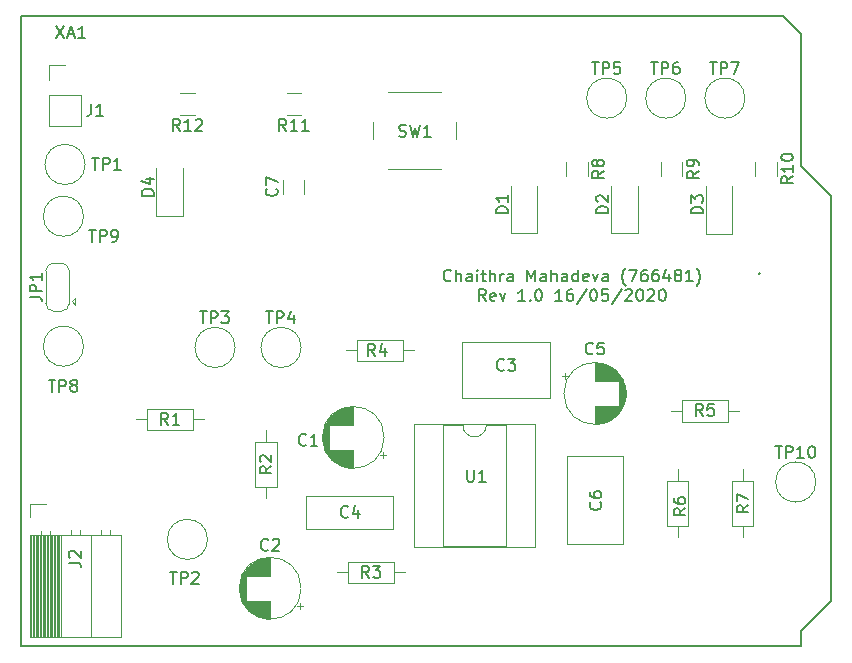
<source format=gbr>
%TF.GenerationSoftware,KiCad,Pcbnew,(5.1.5)-3*%
%TF.CreationDate,2020-05-16T12:13:26+02:00*%
%TF.ProjectId,30_PCB,33305f50-4342-42e6-9b69-6361645f7063,V1.1*%
%TF.SameCoordinates,Original*%
%TF.FileFunction,Legend,Top*%
%TF.FilePolarity,Positive*%
%FSLAX46Y46*%
G04 Gerber Fmt 4.6, Leading zero omitted, Abs format (unit mm)*
G04 Created by KiCad (PCBNEW (5.1.5)-3) date 2020-05-16 12:13:26*
%MOMM*%
%LPD*%
G04 APERTURE LIST*
%ADD10C,0.150000*%
%ADD11C,0.120000*%
G04 APERTURE END LIST*
D10*
X104800095Y-80431142D02*
X104752476Y-80478761D01*
X104609619Y-80526380D01*
X104514380Y-80526380D01*
X104371523Y-80478761D01*
X104276285Y-80383523D01*
X104228666Y-80288285D01*
X104181047Y-80097809D01*
X104181047Y-79954952D01*
X104228666Y-79764476D01*
X104276285Y-79669238D01*
X104371523Y-79574000D01*
X104514380Y-79526380D01*
X104609619Y-79526380D01*
X104752476Y-79574000D01*
X104800095Y-79621619D01*
X105228666Y-80526380D02*
X105228666Y-79526380D01*
X105657238Y-80526380D02*
X105657238Y-80002571D01*
X105609619Y-79907333D01*
X105514380Y-79859714D01*
X105371523Y-79859714D01*
X105276285Y-79907333D01*
X105228666Y-79954952D01*
X106562000Y-80526380D02*
X106562000Y-80002571D01*
X106514380Y-79907333D01*
X106419142Y-79859714D01*
X106228666Y-79859714D01*
X106133428Y-79907333D01*
X106562000Y-80478761D02*
X106466761Y-80526380D01*
X106228666Y-80526380D01*
X106133428Y-80478761D01*
X106085809Y-80383523D01*
X106085809Y-80288285D01*
X106133428Y-80193047D01*
X106228666Y-80145428D01*
X106466761Y-80145428D01*
X106562000Y-80097809D01*
X107038190Y-80526380D02*
X107038190Y-79859714D01*
X107038190Y-79526380D02*
X106990571Y-79574000D01*
X107038190Y-79621619D01*
X107085809Y-79574000D01*
X107038190Y-79526380D01*
X107038190Y-79621619D01*
X107371523Y-79859714D02*
X107752476Y-79859714D01*
X107514380Y-79526380D02*
X107514380Y-80383523D01*
X107562000Y-80478761D01*
X107657238Y-80526380D01*
X107752476Y-80526380D01*
X108085809Y-80526380D02*
X108085809Y-79526380D01*
X108514380Y-80526380D02*
X108514380Y-80002571D01*
X108466761Y-79907333D01*
X108371523Y-79859714D01*
X108228666Y-79859714D01*
X108133428Y-79907333D01*
X108085809Y-79954952D01*
X108990571Y-80526380D02*
X108990571Y-79859714D01*
X108990571Y-80050190D02*
X109038190Y-79954952D01*
X109085809Y-79907333D01*
X109181047Y-79859714D01*
X109276285Y-79859714D01*
X110038190Y-80526380D02*
X110038190Y-80002571D01*
X109990571Y-79907333D01*
X109895333Y-79859714D01*
X109704857Y-79859714D01*
X109609619Y-79907333D01*
X110038190Y-80478761D02*
X109942952Y-80526380D01*
X109704857Y-80526380D01*
X109609619Y-80478761D01*
X109562000Y-80383523D01*
X109562000Y-80288285D01*
X109609619Y-80193047D01*
X109704857Y-80145428D01*
X109942952Y-80145428D01*
X110038190Y-80097809D01*
X111276285Y-80526380D02*
X111276285Y-79526380D01*
X111609619Y-80240666D01*
X111942952Y-79526380D01*
X111942952Y-80526380D01*
X112847714Y-80526380D02*
X112847714Y-80002571D01*
X112800095Y-79907333D01*
X112704857Y-79859714D01*
X112514380Y-79859714D01*
X112419142Y-79907333D01*
X112847714Y-80478761D02*
X112752476Y-80526380D01*
X112514380Y-80526380D01*
X112419142Y-80478761D01*
X112371523Y-80383523D01*
X112371523Y-80288285D01*
X112419142Y-80193047D01*
X112514380Y-80145428D01*
X112752476Y-80145428D01*
X112847714Y-80097809D01*
X113323904Y-80526380D02*
X113323904Y-79526380D01*
X113752476Y-80526380D02*
X113752476Y-80002571D01*
X113704857Y-79907333D01*
X113609619Y-79859714D01*
X113466761Y-79859714D01*
X113371523Y-79907333D01*
X113323904Y-79954952D01*
X114657238Y-80526380D02*
X114657238Y-80002571D01*
X114609619Y-79907333D01*
X114514380Y-79859714D01*
X114323904Y-79859714D01*
X114228666Y-79907333D01*
X114657238Y-80478761D02*
X114562000Y-80526380D01*
X114323904Y-80526380D01*
X114228666Y-80478761D01*
X114181047Y-80383523D01*
X114181047Y-80288285D01*
X114228666Y-80193047D01*
X114323904Y-80145428D01*
X114562000Y-80145428D01*
X114657238Y-80097809D01*
X115562000Y-80526380D02*
X115562000Y-79526380D01*
X115562000Y-80478761D02*
X115466761Y-80526380D01*
X115276285Y-80526380D01*
X115181047Y-80478761D01*
X115133428Y-80431142D01*
X115085809Y-80335904D01*
X115085809Y-80050190D01*
X115133428Y-79954952D01*
X115181047Y-79907333D01*
X115276285Y-79859714D01*
X115466761Y-79859714D01*
X115562000Y-79907333D01*
X116419142Y-80478761D02*
X116323904Y-80526380D01*
X116133428Y-80526380D01*
X116038190Y-80478761D01*
X115990571Y-80383523D01*
X115990571Y-80002571D01*
X116038190Y-79907333D01*
X116133428Y-79859714D01*
X116323904Y-79859714D01*
X116419142Y-79907333D01*
X116466761Y-80002571D01*
X116466761Y-80097809D01*
X115990571Y-80193047D01*
X116800095Y-79859714D02*
X117038190Y-80526380D01*
X117276285Y-79859714D01*
X118085809Y-80526380D02*
X118085809Y-80002571D01*
X118038190Y-79907333D01*
X117942952Y-79859714D01*
X117752476Y-79859714D01*
X117657238Y-79907333D01*
X118085809Y-80478761D02*
X117990571Y-80526380D01*
X117752476Y-80526380D01*
X117657238Y-80478761D01*
X117609619Y-80383523D01*
X117609619Y-80288285D01*
X117657238Y-80193047D01*
X117752476Y-80145428D01*
X117990571Y-80145428D01*
X118085809Y-80097809D01*
X119609619Y-80907333D02*
X119562000Y-80859714D01*
X119466761Y-80716857D01*
X119419142Y-80621619D01*
X119371523Y-80478761D01*
X119323904Y-80240666D01*
X119323904Y-80050190D01*
X119371523Y-79812095D01*
X119419142Y-79669238D01*
X119466761Y-79574000D01*
X119562000Y-79431142D01*
X119609619Y-79383523D01*
X119895333Y-79526380D02*
X120562000Y-79526380D01*
X120133428Y-80526380D01*
X121371523Y-79526380D02*
X121181047Y-79526380D01*
X121085809Y-79574000D01*
X121038190Y-79621619D01*
X120942952Y-79764476D01*
X120895333Y-79954952D01*
X120895333Y-80335904D01*
X120942952Y-80431142D01*
X120990571Y-80478761D01*
X121085809Y-80526380D01*
X121276285Y-80526380D01*
X121371523Y-80478761D01*
X121419142Y-80431142D01*
X121466761Y-80335904D01*
X121466761Y-80097809D01*
X121419142Y-80002571D01*
X121371523Y-79954952D01*
X121276285Y-79907333D01*
X121085809Y-79907333D01*
X120990571Y-79954952D01*
X120942952Y-80002571D01*
X120895333Y-80097809D01*
X122323904Y-79526380D02*
X122133428Y-79526380D01*
X122038190Y-79574000D01*
X121990571Y-79621619D01*
X121895333Y-79764476D01*
X121847714Y-79954952D01*
X121847714Y-80335904D01*
X121895333Y-80431142D01*
X121942952Y-80478761D01*
X122038190Y-80526380D01*
X122228666Y-80526380D01*
X122323904Y-80478761D01*
X122371523Y-80431142D01*
X122419142Y-80335904D01*
X122419142Y-80097809D01*
X122371523Y-80002571D01*
X122323904Y-79954952D01*
X122228666Y-79907333D01*
X122038190Y-79907333D01*
X121942952Y-79954952D01*
X121895333Y-80002571D01*
X121847714Y-80097809D01*
X123276285Y-79859714D02*
X123276285Y-80526380D01*
X123038190Y-79478761D02*
X122800095Y-80193047D01*
X123419142Y-80193047D01*
X123942952Y-79954952D02*
X123847714Y-79907333D01*
X123800095Y-79859714D01*
X123752476Y-79764476D01*
X123752476Y-79716857D01*
X123800095Y-79621619D01*
X123847714Y-79574000D01*
X123942952Y-79526380D01*
X124133428Y-79526380D01*
X124228666Y-79574000D01*
X124276285Y-79621619D01*
X124323904Y-79716857D01*
X124323904Y-79764476D01*
X124276285Y-79859714D01*
X124228666Y-79907333D01*
X124133428Y-79954952D01*
X123942952Y-79954952D01*
X123847714Y-80002571D01*
X123800095Y-80050190D01*
X123752476Y-80145428D01*
X123752476Y-80335904D01*
X123800095Y-80431142D01*
X123847714Y-80478761D01*
X123942952Y-80526380D01*
X124133428Y-80526380D01*
X124228666Y-80478761D01*
X124276285Y-80431142D01*
X124323904Y-80335904D01*
X124323904Y-80145428D01*
X124276285Y-80050190D01*
X124228666Y-80002571D01*
X124133428Y-79954952D01*
X125276285Y-80526380D02*
X124704857Y-80526380D01*
X124990571Y-80526380D02*
X124990571Y-79526380D01*
X124895333Y-79669238D01*
X124800095Y-79764476D01*
X124704857Y-79812095D01*
X125609619Y-80907333D02*
X125657238Y-80859714D01*
X125752476Y-80716857D01*
X125800095Y-80621619D01*
X125847714Y-80478761D01*
X125895333Y-80240666D01*
X125895333Y-80050190D01*
X125847714Y-79812095D01*
X125800095Y-79669238D01*
X125752476Y-79574000D01*
X125657238Y-79431142D01*
X125609619Y-79383523D01*
X107752476Y-82176380D02*
X107419142Y-81700190D01*
X107181047Y-82176380D02*
X107181047Y-81176380D01*
X107562000Y-81176380D01*
X107657238Y-81224000D01*
X107704857Y-81271619D01*
X107752476Y-81366857D01*
X107752476Y-81509714D01*
X107704857Y-81604952D01*
X107657238Y-81652571D01*
X107562000Y-81700190D01*
X107181047Y-81700190D01*
X108562000Y-82128761D02*
X108466761Y-82176380D01*
X108276285Y-82176380D01*
X108181047Y-82128761D01*
X108133428Y-82033523D01*
X108133428Y-81652571D01*
X108181047Y-81557333D01*
X108276285Y-81509714D01*
X108466761Y-81509714D01*
X108562000Y-81557333D01*
X108609619Y-81652571D01*
X108609619Y-81747809D01*
X108133428Y-81843047D01*
X108942952Y-81509714D02*
X109181047Y-82176380D01*
X109419142Y-81509714D01*
X111085809Y-82176380D02*
X110514380Y-82176380D01*
X110800095Y-82176380D02*
X110800095Y-81176380D01*
X110704857Y-81319238D01*
X110609619Y-81414476D01*
X110514380Y-81462095D01*
X111514380Y-82081142D02*
X111562000Y-82128761D01*
X111514380Y-82176380D01*
X111466761Y-82128761D01*
X111514380Y-82081142D01*
X111514380Y-82176380D01*
X112181047Y-81176380D02*
X112276285Y-81176380D01*
X112371523Y-81224000D01*
X112419142Y-81271619D01*
X112466761Y-81366857D01*
X112514380Y-81557333D01*
X112514380Y-81795428D01*
X112466761Y-81985904D01*
X112419142Y-82081142D01*
X112371523Y-82128761D01*
X112276285Y-82176380D01*
X112181047Y-82176380D01*
X112085809Y-82128761D01*
X112038190Y-82081142D01*
X111990571Y-81985904D01*
X111942952Y-81795428D01*
X111942952Y-81557333D01*
X111990571Y-81366857D01*
X112038190Y-81271619D01*
X112085809Y-81224000D01*
X112181047Y-81176380D01*
X114228666Y-82176380D02*
X113657238Y-82176380D01*
X113942952Y-82176380D02*
X113942952Y-81176380D01*
X113847714Y-81319238D01*
X113752476Y-81414476D01*
X113657238Y-81462095D01*
X115085809Y-81176380D02*
X114895333Y-81176380D01*
X114800095Y-81224000D01*
X114752476Y-81271619D01*
X114657238Y-81414476D01*
X114609619Y-81604952D01*
X114609619Y-81985904D01*
X114657238Y-82081142D01*
X114704857Y-82128761D01*
X114800095Y-82176380D01*
X114990571Y-82176380D01*
X115085809Y-82128761D01*
X115133428Y-82081142D01*
X115181047Y-81985904D01*
X115181047Y-81747809D01*
X115133428Y-81652571D01*
X115085809Y-81604952D01*
X114990571Y-81557333D01*
X114800095Y-81557333D01*
X114704857Y-81604952D01*
X114657238Y-81652571D01*
X114609619Y-81747809D01*
X116323904Y-81128761D02*
X115466761Y-82414476D01*
X116847714Y-81176380D02*
X116942952Y-81176380D01*
X117038190Y-81224000D01*
X117085809Y-81271619D01*
X117133428Y-81366857D01*
X117181047Y-81557333D01*
X117181047Y-81795428D01*
X117133428Y-81985904D01*
X117085809Y-82081142D01*
X117038190Y-82128761D01*
X116942952Y-82176380D01*
X116847714Y-82176380D01*
X116752476Y-82128761D01*
X116704857Y-82081142D01*
X116657238Y-81985904D01*
X116609619Y-81795428D01*
X116609619Y-81557333D01*
X116657238Y-81366857D01*
X116704857Y-81271619D01*
X116752476Y-81224000D01*
X116847714Y-81176380D01*
X118085809Y-81176380D02*
X117609619Y-81176380D01*
X117562000Y-81652571D01*
X117609619Y-81604952D01*
X117704857Y-81557333D01*
X117942952Y-81557333D01*
X118038190Y-81604952D01*
X118085809Y-81652571D01*
X118133428Y-81747809D01*
X118133428Y-81985904D01*
X118085809Y-82081142D01*
X118038190Y-82128761D01*
X117942952Y-82176380D01*
X117704857Y-82176380D01*
X117609619Y-82128761D01*
X117562000Y-82081142D01*
X119276285Y-81128761D02*
X118419142Y-82414476D01*
X119562000Y-81271619D02*
X119609619Y-81224000D01*
X119704857Y-81176380D01*
X119942952Y-81176380D01*
X120038190Y-81224000D01*
X120085809Y-81271619D01*
X120133428Y-81366857D01*
X120133428Y-81462095D01*
X120085809Y-81604952D01*
X119514380Y-82176380D01*
X120133428Y-82176380D01*
X120752476Y-81176380D02*
X120847714Y-81176380D01*
X120942952Y-81224000D01*
X120990571Y-81271619D01*
X121038190Y-81366857D01*
X121085809Y-81557333D01*
X121085809Y-81795428D01*
X121038190Y-81985904D01*
X120990571Y-82081142D01*
X120942952Y-82128761D01*
X120847714Y-82176380D01*
X120752476Y-82176380D01*
X120657238Y-82128761D01*
X120609619Y-82081142D01*
X120562000Y-81985904D01*
X120514380Y-81795428D01*
X120514380Y-81557333D01*
X120562000Y-81366857D01*
X120609619Y-81271619D01*
X120657238Y-81224000D01*
X120752476Y-81176380D01*
X121466761Y-81271619D02*
X121514380Y-81224000D01*
X121609619Y-81176380D01*
X121847714Y-81176380D01*
X121942952Y-81224000D01*
X121990571Y-81271619D01*
X122038190Y-81366857D01*
X122038190Y-81462095D01*
X121990571Y-81604952D01*
X121419142Y-82176380D01*
X122038190Y-82176380D01*
X122657238Y-81176380D02*
X122752476Y-81176380D01*
X122847714Y-81224000D01*
X122895333Y-81271619D01*
X122942952Y-81366857D01*
X122990571Y-81557333D01*
X122990571Y-81795428D01*
X122942952Y-81985904D01*
X122895333Y-82081142D01*
X122847714Y-82128761D01*
X122752476Y-82176380D01*
X122657238Y-82176380D01*
X122562000Y-82128761D01*
X122514380Y-82081142D01*
X122466761Y-81985904D01*
X122419142Y-81795428D01*
X122419142Y-81557333D01*
X122466761Y-81366857D01*
X122514380Y-81271619D01*
X122562000Y-81224000D01*
X122657238Y-81176380D01*
X68425001Y-58075001D02*
X132941001Y-58075001D01*
X68425001Y-111415001D02*
X134465001Y-111415001D01*
X132941001Y-58075001D02*
X134465001Y-59599001D01*
X134465001Y-111415001D02*
X134465001Y-110145001D01*
X134465001Y-110145001D02*
X137005001Y-107605001D01*
X137005001Y-107605001D02*
X137005001Y-73315001D01*
X137005001Y-73315001D02*
X134465001Y-70775001D01*
X134465001Y-70775001D02*
X134465001Y-59599001D01*
X68425001Y-58075001D02*
X68425001Y-111415001D01*
D11*
X69290000Y-110590000D02*
X69290000Y-101960000D01*
X69408095Y-110590000D02*
X69408095Y-101960000D01*
X69526190Y-110590000D02*
X69526190Y-101960000D01*
X69644285Y-110590000D02*
X69644285Y-101960000D01*
X69762380Y-110590000D02*
X69762380Y-101960000D01*
X69880475Y-110590000D02*
X69880475Y-101960000D01*
X69998570Y-110590000D02*
X69998570Y-101960000D01*
X70116665Y-110590000D02*
X70116665Y-101960000D01*
X70234760Y-110590000D02*
X70234760Y-101960000D01*
X70352855Y-110590000D02*
X70352855Y-101960000D01*
X70470950Y-110590000D02*
X70470950Y-101960000D01*
X70589045Y-110590000D02*
X70589045Y-101960000D01*
X70707140Y-110590000D02*
X70707140Y-101960000D01*
X70825235Y-110590000D02*
X70825235Y-101960000D01*
X70943330Y-110590000D02*
X70943330Y-101960000D01*
X71061425Y-110590000D02*
X71061425Y-101960000D01*
X71179520Y-110590000D02*
X71179520Y-101960000D01*
X71297615Y-110590000D02*
X71297615Y-101960000D01*
X71415710Y-110590000D02*
X71415710Y-101960000D01*
X71533805Y-110590000D02*
X71533805Y-101960000D01*
X71651900Y-110590000D02*
X71651900Y-101960000D01*
X70140000Y-101960000D02*
X70140000Y-101610000D01*
X70860000Y-101960000D02*
X70860000Y-101610000D01*
X72680000Y-101960000D02*
X72680000Y-101550000D01*
X73400000Y-101960000D02*
X73400000Y-101550000D01*
X75220000Y-101960000D02*
X75220000Y-101550000D01*
X75940000Y-101960000D02*
X75940000Y-101550000D01*
X71770000Y-110590000D02*
X71770000Y-101960000D01*
X74310000Y-110590000D02*
X74310000Y-101960000D01*
X69170000Y-110590000D02*
X69170000Y-101960000D01*
X69170000Y-101960000D02*
X76910000Y-101960000D01*
X76910000Y-110590000D02*
X76910000Y-101960000D01*
X69170000Y-110590000D02*
X76910000Y-110590000D01*
X69170000Y-99390000D02*
X70500000Y-99390000D01*
X69170000Y-100500000D02*
X69170000Y-99390000D01*
X73700000Y-75000000D02*
G75*
G03X73700000Y-75000000I-1700000J0D01*
G01*
X73836000Y-70612000D02*
G75*
G03X73836000Y-70612000I-1700000J0D01*
G01*
X119700000Y-65000000D02*
G75*
G03X119700000Y-65000000I-1700000J0D01*
G01*
X124700000Y-65000000D02*
G75*
G03X124700000Y-65000000I-1700000J0D01*
G01*
X129700000Y-65000000D02*
G75*
G03X129700000Y-65000000I-1700000J0D01*
G01*
X99156000Y-93726000D02*
G75*
G03X99156000Y-93726000I-2620000J0D01*
G01*
X96536000Y-92686000D02*
X96536000Y-91146000D01*
X96536000Y-96306000D02*
X96536000Y-94766000D01*
X96496000Y-92686000D02*
X96496000Y-91146000D01*
X96496000Y-96306000D02*
X96496000Y-94766000D01*
X96456000Y-96305000D02*
X96456000Y-94766000D01*
X96456000Y-92686000D02*
X96456000Y-91147000D01*
X96416000Y-96304000D02*
X96416000Y-94766000D01*
X96416000Y-92686000D02*
X96416000Y-91148000D01*
X96376000Y-96302000D02*
X96376000Y-94766000D01*
X96376000Y-92686000D02*
X96376000Y-91150000D01*
X96336000Y-96299000D02*
X96336000Y-94766000D01*
X96336000Y-92686000D02*
X96336000Y-91153000D01*
X96296000Y-96295000D02*
X96296000Y-94766000D01*
X96296000Y-92686000D02*
X96296000Y-91157000D01*
X96256000Y-96291000D02*
X96256000Y-94766000D01*
X96256000Y-92686000D02*
X96256000Y-91161000D01*
X96216000Y-96287000D02*
X96216000Y-94766000D01*
X96216000Y-92686000D02*
X96216000Y-91165000D01*
X96176000Y-96282000D02*
X96176000Y-94766000D01*
X96176000Y-92686000D02*
X96176000Y-91170000D01*
X96136000Y-96276000D02*
X96136000Y-94766000D01*
X96136000Y-92686000D02*
X96136000Y-91176000D01*
X96096000Y-96269000D02*
X96096000Y-94766000D01*
X96096000Y-92686000D02*
X96096000Y-91183000D01*
X96056000Y-96262000D02*
X96056000Y-94766000D01*
X96056000Y-92686000D02*
X96056000Y-91190000D01*
X96016000Y-96254000D02*
X96016000Y-94766000D01*
X96016000Y-92686000D02*
X96016000Y-91198000D01*
X95976000Y-96246000D02*
X95976000Y-94766000D01*
X95976000Y-92686000D02*
X95976000Y-91206000D01*
X95936000Y-96237000D02*
X95936000Y-94766000D01*
X95936000Y-92686000D02*
X95936000Y-91215000D01*
X95896000Y-96227000D02*
X95896000Y-94766000D01*
X95896000Y-92686000D02*
X95896000Y-91225000D01*
X95856000Y-96217000D02*
X95856000Y-94766000D01*
X95856000Y-92686000D02*
X95856000Y-91235000D01*
X95815000Y-96206000D02*
X95815000Y-94766000D01*
X95815000Y-92686000D02*
X95815000Y-91246000D01*
X95775000Y-96194000D02*
X95775000Y-94766000D01*
X95775000Y-92686000D02*
X95775000Y-91258000D01*
X95735000Y-96181000D02*
X95735000Y-94766000D01*
X95735000Y-92686000D02*
X95735000Y-91271000D01*
X95695000Y-96168000D02*
X95695000Y-94766000D01*
X95695000Y-92686000D02*
X95695000Y-91284000D01*
X95655000Y-96154000D02*
X95655000Y-94766000D01*
X95655000Y-92686000D02*
X95655000Y-91298000D01*
X95615000Y-96140000D02*
X95615000Y-94766000D01*
X95615000Y-92686000D02*
X95615000Y-91312000D01*
X95575000Y-96124000D02*
X95575000Y-94766000D01*
X95575000Y-92686000D02*
X95575000Y-91328000D01*
X95535000Y-96108000D02*
X95535000Y-94766000D01*
X95535000Y-92686000D02*
X95535000Y-91344000D01*
X95495000Y-96091000D02*
X95495000Y-94766000D01*
X95495000Y-92686000D02*
X95495000Y-91361000D01*
X95455000Y-96074000D02*
X95455000Y-94766000D01*
X95455000Y-92686000D02*
X95455000Y-91378000D01*
X95415000Y-96055000D02*
X95415000Y-94766000D01*
X95415000Y-92686000D02*
X95415000Y-91397000D01*
X95375000Y-96036000D02*
X95375000Y-94766000D01*
X95375000Y-92686000D02*
X95375000Y-91416000D01*
X95335000Y-96016000D02*
X95335000Y-94766000D01*
X95335000Y-92686000D02*
X95335000Y-91436000D01*
X95295000Y-95994000D02*
X95295000Y-94766000D01*
X95295000Y-92686000D02*
X95295000Y-91458000D01*
X95255000Y-95973000D02*
X95255000Y-94766000D01*
X95255000Y-92686000D02*
X95255000Y-91479000D01*
X95215000Y-95950000D02*
X95215000Y-94766000D01*
X95215000Y-92686000D02*
X95215000Y-91502000D01*
X95175000Y-95926000D02*
X95175000Y-94766000D01*
X95175000Y-92686000D02*
X95175000Y-91526000D01*
X95135000Y-95901000D02*
X95135000Y-94766000D01*
X95135000Y-92686000D02*
X95135000Y-91551000D01*
X95095000Y-95875000D02*
X95095000Y-94766000D01*
X95095000Y-92686000D02*
X95095000Y-91577000D01*
X95055000Y-95848000D02*
X95055000Y-94766000D01*
X95055000Y-92686000D02*
X95055000Y-91604000D01*
X95015000Y-95821000D02*
X95015000Y-94766000D01*
X95015000Y-92686000D02*
X95015000Y-91631000D01*
X94975000Y-95791000D02*
X94975000Y-94766000D01*
X94975000Y-92686000D02*
X94975000Y-91661000D01*
X94935000Y-95761000D02*
X94935000Y-94766000D01*
X94935000Y-92686000D02*
X94935000Y-91691000D01*
X94895000Y-95730000D02*
X94895000Y-94766000D01*
X94895000Y-92686000D02*
X94895000Y-91722000D01*
X94855000Y-95697000D02*
X94855000Y-94766000D01*
X94855000Y-92686000D02*
X94855000Y-91755000D01*
X94815000Y-95663000D02*
X94815000Y-94766000D01*
X94815000Y-92686000D02*
X94815000Y-91789000D01*
X94775000Y-95627000D02*
X94775000Y-94766000D01*
X94775000Y-92686000D02*
X94775000Y-91825000D01*
X94735000Y-95590000D02*
X94735000Y-94766000D01*
X94735000Y-92686000D02*
X94735000Y-91862000D01*
X94695000Y-95552000D02*
X94695000Y-94766000D01*
X94695000Y-92686000D02*
X94695000Y-91900000D01*
X94655000Y-95511000D02*
X94655000Y-94766000D01*
X94655000Y-92686000D02*
X94655000Y-91941000D01*
X94615000Y-95469000D02*
X94615000Y-94766000D01*
X94615000Y-92686000D02*
X94615000Y-91983000D01*
X94575000Y-95425000D02*
X94575000Y-94766000D01*
X94575000Y-92686000D02*
X94575000Y-92027000D01*
X94535000Y-95379000D02*
X94535000Y-94766000D01*
X94535000Y-92686000D02*
X94535000Y-92073000D01*
X94495000Y-95331000D02*
X94495000Y-92121000D01*
X94455000Y-95280000D02*
X94455000Y-92172000D01*
X94415000Y-95226000D02*
X94415000Y-92226000D01*
X94375000Y-95169000D02*
X94375000Y-92283000D01*
X94335000Y-95109000D02*
X94335000Y-92343000D01*
X94295000Y-95045000D02*
X94295000Y-92407000D01*
X94255000Y-94977000D02*
X94255000Y-92475000D01*
X94215000Y-94904000D02*
X94215000Y-92548000D01*
X94175000Y-94824000D02*
X94175000Y-92628000D01*
X94135000Y-94737000D02*
X94135000Y-92715000D01*
X94095000Y-94641000D02*
X94095000Y-92811000D01*
X94055000Y-94531000D02*
X94055000Y-92921000D01*
X94015000Y-94403000D02*
X94015000Y-93049000D01*
X93975000Y-94244000D02*
X93975000Y-93208000D01*
X93935000Y-94010000D02*
X93935000Y-93442000D01*
X99340775Y-95201000D02*
X98840775Y-95201000D01*
X99090775Y-95451000D02*
X99090775Y-94951000D01*
X92054775Y-108225000D02*
X92054775Y-107725000D01*
X92304775Y-107975000D02*
X91804775Y-107975000D01*
X86899000Y-106784000D02*
X86899000Y-106216000D01*
X86939000Y-107018000D02*
X86939000Y-105982000D01*
X86979000Y-107177000D02*
X86979000Y-105823000D01*
X87019000Y-107305000D02*
X87019000Y-105695000D01*
X87059000Y-107415000D02*
X87059000Y-105585000D01*
X87099000Y-107511000D02*
X87099000Y-105489000D01*
X87139000Y-107598000D02*
X87139000Y-105402000D01*
X87179000Y-107678000D02*
X87179000Y-105322000D01*
X87219000Y-107751000D02*
X87219000Y-105249000D01*
X87259000Y-107819000D02*
X87259000Y-105181000D01*
X87299000Y-107883000D02*
X87299000Y-105117000D01*
X87339000Y-107943000D02*
X87339000Y-105057000D01*
X87379000Y-108000000D02*
X87379000Y-105000000D01*
X87419000Y-108054000D02*
X87419000Y-104946000D01*
X87459000Y-108105000D02*
X87459000Y-104895000D01*
X87499000Y-105460000D02*
X87499000Y-104847000D01*
X87499000Y-108153000D02*
X87499000Y-107540000D01*
X87539000Y-105460000D02*
X87539000Y-104801000D01*
X87539000Y-108199000D02*
X87539000Y-107540000D01*
X87579000Y-105460000D02*
X87579000Y-104757000D01*
X87579000Y-108243000D02*
X87579000Y-107540000D01*
X87619000Y-105460000D02*
X87619000Y-104715000D01*
X87619000Y-108285000D02*
X87619000Y-107540000D01*
X87659000Y-105460000D02*
X87659000Y-104674000D01*
X87659000Y-108326000D02*
X87659000Y-107540000D01*
X87699000Y-105460000D02*
X87699000Y-104636000D01*
X87699000Y-108364000D02*
X87699000Y-107540000D01*
X87739000Y-105460000D02*
X87739000Y-104599000D01*
X87739000Y-108401000D02*
X87739000Y-107540000D01*
X87779000Y-105460000D02*
X87779000Y-104563000D01*
X87779000Y-108437000D02*
X87779000Y-107540000D01*
X87819000Y-105460000D02*
X87819000Y-104529000D01*
X87819000Y-108471000D02*
X87819000Y-107540000D01*
X87859000Y-105460000D02*
X87859000Y-104496000D01*
X87859000Y-108504000D02*
X87859000Y-107540000D01*
X87899000Y-105460000D02*
X87899000Y-104465000D01*
X87899000Y-108535000D02*
X87899000Y-107540000D01*
X87939000Y-105460000D02*
X87939000Y-104435000D01*
X87939000Y-108565000D02*
X87939000Y-107540000D01*
X87979000Y-105460000D02*
X87979000Y-104405000D01*
X87979000Y-108595000D02*
X87979000Y-107540000D01*
X88019000Y-105460000D02*
X88019000Y-104378000D01*
X88019000Y-108622000D02*
X88019000Y-107540000D01*
X88059000Y-105460000D02*
X88059000Y-104351000D01*
X88059000Y-108649000D02*
X88059000Y-107540000D01*
X88099000Y-105460000D02*
X88099000Y-104325000D01*
X88099000Y-108675000D02*
X88099000Y-107540000D01*
X88139000Y-105460000D02*
X88139000Y-104300000D01*
X88139000Y-108700000D02*
X88139000Y-107540000D01*
X88179000Y-105460000D02*
X88179000Y-104276000D01*
X88179000Y-108724000D02*
X88179000Y-107540000D01*
X88219000Y-105460000D02*
X88219000Y-104253000D01*
X88219000Y-108747000D02*
X88219000Y-107540000D01*
X88259000Y-105460000D02*
X88259000Y-104232000D01*
X88259000Y-108768000D02*
X88259000Y-107540000D01*
X88299000Y-105460000D02*
X88299000Y-104210000D01*
X88299000Y-108790000D02*
X88299000Y-107540000D01*
X88339000Y-105460000D02*
X88339000Y-104190000D01*
X88339000Y-108810000D02*
X88339000Y-107540000D01*
X88379000Y-105460000D02*
X88379000Y-104171000D01*
X88379000Y-108829000D02*
X88379000Y-107540000D01*
X88419000Y-105460000D02*
X88419000Y-104152000D01*
X88419000Y-108848000D02*
X88419000Y-107540000D01*
X88459000Y-105460000D02*
X88459000Y-104135000D01*
X88459000Y-108865000D02*
X88459000Y-107540000D01*
X88499000Y-105460000D02*
X88499000Y-104118000D01*
X88499000Y-108882000D02*
X88499000Y-107540000D01*
X88539000Y-105460000D02*
X88539000Y-104102000D01*
X88539000Y-108898000D02*
X88539000Y-107540000D01*
X88579000Y-105460000D02*
X88579000Y-104086000D01*
X88579000Y-108914000D02*
X88579000Y-107540000D01*
X88619000Y-105460000D02*
X88619000Y-104072000D01*
X88619000Y-108928000D02*
X88619000Y-107540000D01*
X88659000Y-105460000D02*
X88659000Y-104058000D01*
X88659000Y-108942000D02*
X88659000Y-107540000D01*
X88699000Y-105460000D02*
X88699000Y-104045000D01*
X88699000Y-108955000D02*
X88699000Y-107540000D01*
X88739000Y-105460000D02*
X88739000Y-104032000D01*
X88739000Y-108968000D02*
X88739000Y-107540000D01*
X88779000Y-105460000D02*
X88779000Y-104020000D01*
X88779000Y-108980000D02*
X88779000Y-107540000D01*
X88820000Y-105460000D02*
X88820000Y-104009000D01*
X88820000Y-108991000D02*
X88820000Y-107540000D01*
X88860000Y-105460000D02*
X88860000Y-103999000D01*
X88860000Y-109001000D02*
X88860000Y-107540000D01*
X88900000Y-105460000D02*
X88900000Y-103989000D01*
X88900000Y-109011000D02*
X88900000Y-107540000D01*
X88940000Y-105460000D02*
X88940000Y-103980000D01*
X88940000Y-109020000D02*
X88940000Y-107540000D01*
X88980000Y-105460000D02*
X88980000Y-103972000D01*
X88980000Y-109028000D02*
X88980000Y-107540000D01*
X89020000Y-105460000D02*
X89020000Y-103964000D01*
X89020000Y-109036000D02*
X89020000Y-107540000D01*
X89060000Y-105460000D02*
X89060000Y-103957000D01*
X89060000Y-109043000D02*
X89060000Y-107540000D01*
X89100000Y-105460000D02*
X89100000Y-103950000D01*
X89100000Y-109050000D02*
X89100000Y-107540000D01*
X89140000Y-105460000D02*
X89140000Y-103944000D01*
X89140000Y-109056000D02*
X89140000Y-107540000D01*
X89180000Y-105460000D02*
X89180000Y-103939000D01*
X89180000Y-109061000D02*
X89180000Y-107540000D01*
X89220000Y-105460000D02*
X89220000Y-103935000D01*
X89220000Y-109065000D02*
X89220000Y-107540000D01*
X89260000Y-105460000D02*
X89260000Y-103931000D01*
X89260000Y-109069000D02*
X89260000Y-107540000D01*
X89300000Y-105460000D02*
X89300000Y-103927000D01*
X89300000Y-109073000D02*
X89300000Y-107540000D01*
X89340000Y-105460000D02*
X89340000Y-103924000D01*
X89340000Y-109076000D02*
X89340000Y-107540000D01*
X89380000Y-105460000D02*
X89380000Y-103922000D01*
X89380000Y-109078000D02*
X89380000Y-107540000D01*
X89420000Y-105460000D02*
X89420000Y-103921000D01*
X89420000Y-109079000D02*
X89420000Y-107540000D01*
X89460000Y-109080000D02*
X89460000Y-107540000D01*
X89460000Y-105460000D02*
X89460000Y-103920000D01*
X89500000Y-109080000D02*
X89500000Y-107540000D01*
X89500000Y-105460000D02*
X89500000Y-103920000D01*
X92120000Y-106500000D02*
G75*
G03X92120000Y-106500000I-2620000J0D01*
G01*
X113220000Y-85630000D02*
X113220000Y-90370000D01*
X105780000Y-85630000D02*
X105780000Y-90370000D01*
X105780000Y-90370000D02*
X113220000Y-90370000D01*
X105780000Y-85630000D02*
X113220000Y-85630000D01*
X92506000Y-98706000D02*
X99946000Y-98706000D01*
X92506000Y-101446000D02*
X99946000Y-101446000D01*
X92506000Y-98706000D02*
X92506000Y-101446000D01*
X99946000Y-98706000D02*
X99946000Y-101446000D01*
X119620000Y-90000000D02*
G75*
G03X119620000Y-90000000I-2620000J0D01*
G01*
X117000000Y-91040000D02*
X117000000Y-92580000D01*
X117000000Y-87420000D02*
X117000000Y-88960000D01*
X117040000Y-91040000D02*
X117040000Y-92580000D01*
X117040000Y-87420000D02*
X117040000Y-88960000D01*
X117080000Y-87421000D02*
X117080000Y-88960000D01*
X117080000Y-91040000D02*
X117080000Y-92579000D01*
X117120000Y-87422000D02*
X117120000Y-88960000D01*
X117120000Y-91040000D02*
X117120000Y-92578000D01*
X117160000Y-87424000D02*
X117160000Y-88960000D01*
X117160000Y-91040000D02*
X117160000Y-92576000D01*
X117200000Y-87427000D02*
X117200000Y-88960000D01*
X117200000Y-91040000D02*
X117200000Y-92573000D01*
X117240000Y-87431000D02*
X117240000Y-88960000D01*
X117240000Y-91040000D02*
X117240000Y-92569000D01*
X117280000Y-87435000D02*
X117280000Y-88960000D01*
X117280000Y-91040000D02*
X117280000Y-92565000D01*
X117320000Y-87439000D02*
X117320000Y-88960000D01*
X117320000Y-91040000D02*
X117320000Y-92561000D01*
X117360000Y-87444000D02*
X117360000Y-88960000D01*
X117360000Y-91040000D02*
X117360000Y-92556000D01*
X117400000Y-87450000D02*
X117400000Y-88960000D01*
X117400000Y-91040000D02*
X117400000Y-92550000D01*
X117440000Y-87457000D02*
X117440000Y-88960000D01*
X117440000Y-91040000D02*
X117440000Y-92543000D01*
X117480000Y-87464000D02*
X117480000Y-88960000D01*
X117480000Y-91040000D02*
X117480000Y-92536000D01*
X117520000Y-87472000D02*
X117520000Y-88960000D01*
X117520000Y-91040000D02*
X117520000Y-92528000D01*
X117560000Y-87480000D02*
X117560000Y-88960000D01*
X117560000Y-91040000D02*
X117560000Y-92520000D01*
X117600000Y-87489000D02*
X117600000Y-88960000D01*
X117600000Y-91040000D02*
X117600000Y-92511000D01*
X117640000Y-87499000D02*
X117640000Y-88960000D01*
X117640000Y-91040000D02*
X117640000Y-92501000D01*
X117680000Y-87509000D02*
X117680000Y-88960000D01*
X117680000Y-91040000D02*
X117680000Y-92491000D01*
X117721000Y-87520000D02*
X117721000Y-88960000D01*
X117721000Y-91040000D02*
X117721000Y-92480000D01*
X117761000Y-87532000D02*
X117761000Y-88960000D01*
X117761000Y-91040000D02*
X117761000Y-92468000D01*
X117801000Y-87545000D02*
X117801000Y-88960000D01*
X117801000Y-91040000D02*
X117801000Y-92455000D01*
X117841000Y-87558000D02*
X117841000Y-88960000D01*
X117841000Y-91040000D02*
X117841000Y-92442000D01*
X117881000Y-87572000D02*
X117881000Y-88960000D01*
X117881000Y-91040000D02*
X117881000Y-92428000D01*
X117921000Y-87586000D02*
X117921000Y-88960000D01*
X117921000Y-91040000D02*
X117921000Y-92414000D01*
X117961000Y-87602000D02*
X117961000Y-88960000D01*
X117961000Y-91040000D02*
X117961000Y-92398000D01*
X118001000Y-87618000D02*
X118001000Y-88960000D01*
X118001000Y-91040000D02*
X118001000Y-92382000D01*
X118041000Y-87635000D02*
X118041000Y-88960000D01*
X118041000Y-91040000D02*
X118041000Y-92365000D01*
X118081000Y-87652000D02*
X118081000Y-88960000D01*
X118081000Y-91040000D02*
X118081000Y-92348000D01*
X118121000Y-87671000D02*
X118121000Y-88960000D01*
X118121000Y-91040000D02*
X118121000Y-92329000D01*
X118161000Y-87690000D02*
X118161000Y-88960000D01*
X118161000Y-91040000D02*
X118161000Y-92310000D01*
X118201000Y-87710000D02*
X118201000Y-88960000D01*
X118201000Y-91040000D02*
X118201000Y-92290000D01*
X118241000Y-87732000D02*
X118241000Y-88960000D01*
X118241000Y-91040000D02*
X118241000Y-92268000D01*
X118281000Y-87753000D02*
X118281000Y-88960000D01*
X118281000Y-91040000D02*
X118281000Y-92247000D01*
X118321000Y-87776000D02*
X118321000Y-88960000D01*
X118321000Y-91040000D02*
X118321000Y-92224000D01*
X118361000Y-87800000D02*
X118361000Y-88960000D01*
X118361000Y-91040000D02*
X118361000Y-92200000D01*
X118401000Y-87825000D02*
X118401000Y-88960000D01*
X118401000Y-91040000D02*
X118401000Y-92175000D01*
X118441000Y-87851000D02*
X118441000Y-88960000D01*
X118441000Y-91040000D02*
X118441000Y-92149000D01*
X118481000Y-87878000D02*
X118481000Y-88960000D01*
X118481000Y-91040000D02*
X118481000Y-92122000D01*
X118521000Y-87905000D02*
X118521000Y-88960000D01*
X118521000Y-91040000D02*
X118521000Y-92095000D01*
X118561000Y-87935000D02*
X118561000Y-88960000D01*
X118561000Y-91040000D02*
X118561000Y-92065000D01*
X118601000Y-87965000D02*
X118601000Y-88960000D01*
X118601000Y-91040000D02*
X118601000Y-92035000D01*
X118641000Y-87996000D02*
X118641000Y-88960000D01*
X118641000Y-91040000D02*
X118641000Y-92004000D01*
X118681000Y-88029000D02*
X118681000Y-88960000D01*
X118681000Y-91040000D02*
X118681000Y-91971000D01*
X118721000Y-88063000D02*
X118721000Y-88960000D01*
X118721000Y-91040000D02*
X118721000Y-91937000D01*
X118761000Y-88099000D02*
X118761000Y-88960000D01*
X118761000Y-91040000D02*
X118761000Y-91901000D01*
X118801000Y-88136000D02*
X118801000Y-88960000D01*
X118801000Y-91040000D02*
X118801000Y-91864000D01*
X118841000Y-88174000D02*
X118841000Y-88960000D01*
X118841000Y-91040000D02*
X118841000Y-91826000D01*
X118881000Y-88215000D02*
X118881000Y-88960000D01*
X118881000Y-91040000D02*
X118881000Y-91785000D01*
X118921000Y-88257000D02*
X118921000Y-88960000D01*
X118921000Y-91040000D02*
X118921000Y-91743000D01*
X118961000Y-88301000D02*
X118961000Y-88960000D01*
X118961000Y-91040000D02*
X118961000Y-91699000D01*
X119001000Y-88347000D02*
X119001000Y-88960000D01*
X119001000Y-91040000D02*
X119001000Y-91653000D01*
X119041000Y-88395000D02*
X119041000Y-91605000D01*
X119081000Y-88446000D02*
X119081000Y-91554000D01*
X119121000Y-88500000D02*
X119121000Y-91500000D01*
X119161000Y-88557000D02*
X119161000Y-91443000D01*
X119201000Y-88617000D02*
X119201000Y-91383000D01*
X119241000Y-88681000D02*
X119241000Y-91319000D01*
X119281000Y-88749000D02*
X119281000Y-91251000D01*
X119321000Y-88822000D02*
X119321000Y-91178000D01*
X119361000Y-88902000D02*
X119361000Y-91098000D01*
X119401000Y-88989000D02*
X119401000Y-91011000D01*
X119441000Y-89085000D02*
X119441000Y-90915000D01*
X119481000Y-89195000D02*
X119481000Y-90805000D01*
X119521000Y-89323000D02*
X119521000Y-90677000D01*
X119561000Y-89482000D02*
X119561000Y-90518000D01*
X119601000Y-89716000D02*
X119601000Y-90284000D01*
X114195225Y-88525000D02*
X114695225Y-88525000D01*
X114445225Y-88275000D02*
X114445225Y-88775000D01*
X119370000Y-95280000D02*
X119370000Y-102720000D01*
X114630000Y-95280000D02*
X114630000Y-102720000D01*
X119370000Y-95280000D02*
X114630000Y-95280000D01*
X119370000Y-102720000D02*
X114630000Y-102720000D01*
X90590000Y-73102064D02*
X90590000Y-71897936D01*
X92410000Y-73102064D02*
X92410000Y-71897936D01*
X109865000Y-72400000D02*
X109865000Y-76460000D01*
X109865000Y-76460000D02*
X112135000Y-76460000D01*
X112135000Y-76460000D02*
X112135000Y-72400000D01*
X120635000Y-76460000D02*
X120635000Y-72400000D01*
X118365000Y-76460000D02*
X120635000Y-76460000D01*
X118365000Y-72400000D02*
X118365000Y-76460000D01*
X126365000Y-72412500D02*
X126365000Y-76472500D01*
X126365000Y-76472500D02*
X128635000Y-76472500D01*
X128635000Y-76472500D02*
X128635000Y-72412500D01*
X82135000Y-74972500D02*
X82135000Y-70912500D01*
X79865000Y-74972500D02*
X82135000Y-74972500D01*
X79865000Y-70912500D02*
X79865000Y-74972500D01*
X73700000Y-86000000D02*
G75*
G03X73700000Y-86000000I-1700000J0D01*
G01*
X70806000Y-67370000D02*
X73466000Y-67370000D01*
X70806000Y-64770000D02*
X70806000Y-67370000D01*
X73466000Y-64770000D02*
X73466000Y-67370000D01*
X70806000Y-64770000D02*
X73466000Y-64770000D01*
X70806000Y-63500000D02*
X70806000Y-62170000D01*
X70806000Y-62170000D02*
X72136000Y-62170000D01*
X72700000Y-82200000D02*
X73000000Y-81900000D01*
X73000000Y-82500000D02*
X73000000Y-81900000D01*
X72700000Y-82200000D02*
X73000000Y-82500000D01*
X71800000Y-83050000D02*
X71200000Y-83050000D01*
X72500000Y-79600000D02*
X72500000Y-82400000D01*
X71200000Y-78950000D02*
X71800000Y-78950000D01*
X70500000Y-82400000D02*
X70500000Y-79600000D01*
X70500000Y-79650000D02*
G75*
G02X71200000Y-78950000I700000J0D01*
G01*
X71800000Y-78950000D02*
G75*
G02X72500000Y-79650000I0J-700000D01*
G01*
X72500000Y-82350000D02*
G75*
G02X71800000Y-83050000I-700000J0D01*
G01*
X71200000Y-83050000D02*
G75*
G02X70500000Y-82350000I0J700000D01*
G01*
X79106000Y-91282000D02*
X79106000Y-93122000D01*
X79106000Y-93122000D02*
X82946000Y-93122000D01*
X82946000Y-93122000D02*
X82946000Y-91282000D01*
X82946000Y-91282000D02*
X79106000Y-91282000D01*
X78156000Y-92202000D02*
X79106000Y-92202000D01*
X83896000Y-92202000D02*
X82946000Y-92202000D01*
X89154000Y-98882000D02*
X89154000Y-97932000D01*
X89154000Y-93142000D02*
X89154000Y-94092000D01*
X90074000Y-97932000D02*
X90074000Y-94092000D01*
X88234000Y-97932000D02*
X90074000Y-97932000D01*
X88234000Y-94092000D02*
X88234000Y-97932000D01*
X90074000Y-94092000D02*
X88234000Y-94092000D01*
X99964000Y-106076000D02*
X99964000Y-104236000D01*
X99964000Y-104236000D02*
X96124000Y-104236000D01*
X96124000Y-104236000D02*
X96124000Y-106076000D01*
X96124000Y-106076000D02*
X99964000Y-106076000D01*
X100914000Y-105156000D02*
X99964000Y-105156000D01*
X95174000Y-105156000D02*
X96124000Y-105156000D01*
X96886000Y-85440000D02*
X96886000Y-87280000D01*
X96886000Y-87280000D02*
X100726000Y-87280000D01*
X100726000Y-87280000D02*
X100726000Y-85440000D01*
X100726000Y-85440000D02*
X96886000Y-85440000D01*
X95936000Y-86360000D02*
X96886000Y-86360000D01*
X101676000Y-86360000D02*
X100726000Y-86360000D01*
X129180000Y-91500000D02*
X128230000Y-91500000D01*
X123440000Y-91500000D02*
X124390000Y-91500000D01*
X128230000Y-90580000D02*
X124390000Y-90580000D01*
X128230000Y-92420000D02*
X128230000Y-90580000D01*
X124390000Y-92420000D02*
X128230000Y-92420000D01*
X124390000Y-90580000D02*
X124390000Y-92420000D01*
X124920000Y-97390000D02*
X123080000Y-97390000D01*
X123080000Y-97390000D02*
X123080000Y-101230000D01*
X123080000Y-101230000D02*
X124920000Y-101230000D01*
X124920000Y-101230000D02*
X124920000Y-97390000D01*
X124000000Y-96440000D02*
X124000000Y-97390000D01*
X124000000Y-102180000D02*
X124000000Y-101230000D01*
X129500000Y-96444000D02*
X129500000Y-97394000D01*
X129500000Y-102184000D02*
X129500000Y-101234000D01*
X128580000Y-97394000D02*
X128580000Y-101234000D01*
X130420000Y-97394000D02*
X128580000Y-97394000D01*
X130420000Y-101234000D02*
X130420000Y-97394000D01*
X128580000Y-101234000D02*
X130420000Y-101234000D01*
X114590000Y-70385436D02*
X114590000Y-71589564D01*
X116410000Y-70385436D02*
X116410000Y-71589564D01*
X124410000Y-70397936D02*
X124410000Y-71602064D01*
X122590000Y-70397936D02*
X122590000Y-71602064D01*
X130590000Y-70385436D02*
X130590000Y-71589564D01*
X132410000Y-70385436D02*
X132410000Y-71589564D01*
X92102064Y-66410000D02*
X90897936Y-66410000D01*
X92102064Y-64590000D02*
X90897936Y-64590000D01*
X83114564Y-66410000D02*
X81910436Y-66410000D01*
X83114564Y-64590000D02*
X81910436Y-64590000D01*
X86536000Y-86106000D02*
G75*
G03X86536000Y-86106000I-1700000J0D01*
G01*
X99500000Y-71000000D02*
X104000000Y-71000000D01*
X98250000Y-67000000D02*
X98250000Y-68500000D01*
X104000000Y-64500000D02*
X99500000Y-64500000D01*
X105250000Y-68500000D02*
X105250000Y-67000000D01*
X107810000Y-92670000D02*
G75*
G02X105810000Y-92670000I-1000000J0D01*
G01*
X105810000Y-92670000D02*
X104160000Y-92670000D01*
X104160000Y-92670000D02*
X104160000Y-102950000D01*
X104160000Y-102950000D02*
X109460000Y-102950000D01*
X109460000Y-102950000D02*
X109460000Y-92670000D01*
X109460000Y-92670000D02*
X107810000Y-92670000D01*
X101670000Y-92610000D02*
X101670000Y-103010000D01*
X101670000Y-103010000D02*
X111950000Y-103010000D01*
X111950000Y-103010000D02*
X111950000Y-92610000D01*
X111950000Y-92610000D02*
X101670000Y-92610000D01*
X84200000Y-102362000D02*
G75*
G03X84200000Y-102362000I-1700000J0D01*
G01*
X92124000Y-86106000D02*
G75*
G03X92124000Y-86106000I-1700000J0D01*
G01*
X135700000Y-97500000D02*
G75*
G03X135700000Y-97500000I-1700000J0D01*
G01*
D10*
X71405904Y-58888380D02*
X72072571Y-59888380D01*
X72072571Y-58888380D02*
X71405904Y-59888380D01*
X72405904Y-59602666D02*
X72882095Y-59602666D01*
X72310666Y-59888380D02*
X72644000Y-58888380D01*
X72977333Y-59888380D01*
X73834476Y-59888380D02*
X73263047Y-59888380D01*
X73548761Y-59888380D02*
X73548761Y-58888380D01*
X73453523Y-59031238D01*
X73358285Y-59126476D01*
X73263047Y-59174095D01*
X130909001Y-79768143D02*
X130956620Y-79815762D01*
X130909001Y-79863381D01*
X130861381Y-79815762D01*
X130909001Y-79768143D01*
X130909001Y-79863381D01*
X72452380Y-104333333D02*
X73166666Y-104333333D01*
X73309523Y-104380952D01*
X73404761Y-104476190D01*
X73452380Y-104619047D01*
X73452380Y-104714285D01*
X72547619Y-103904761D02*
X72500000Y-103857142D01*
X72452380Y-103761904D01*
X72452380Y-103523809D01*
X72500000Y-103428571D01*
X72547619Y-103380952D01*
X72642857Y-103333333D01*
X72738095Y-103333333D01*
X72880952Y-103380952D01*
X73452380Y-103952380D01*
X73452380Y-103333333D01*
X74176095Y-76160380D02*
X74747523Y-76160380D01*
X74461809Y-77160380D02*
X74461809Y-76160380D01*
X75080857Y-77160380D02*
X75080857Y-76160380D01*
X75461809Y-76160380D01*
X75557047Y-76208000D01*
X75604666Y-76255619D01*
X75652285Y-76350857D01*
X75652285Y-76493714D01*
X75604666Y-76588952D01*
X75557047Y-76636571D01*
X75461809Y-76684190D01*
X75080857Y-76684190D01*
X76128476Y-77160380D02*
X76318952Y-77160380D01*
X76414190Y-77112761D01*
X76461809Y-77065142D01*
X76557047Y-76922285D01*
X76604666Y-76731809D01*
X76604666Y-76350857D01*
X76557047Y-76255619D01*
X76509428Y-76208000D01*
X76414190Y-76160380D01*
X76223714Y-76160380D01*
X76128476Y-76208000D01*
X76080857Y-76255619D01*
X76033238Y-76350857D01*
X76033238Y-76588952D01*
X76080857Y-76684190D01*
X76128476Y-76731809D01*
X76223714Y-76779428D01*
X76414190Y-76779428D01*
X76509428Y-76731809D01*
X76557047Y-76684190D01*
X76604666Y-76588952D01*
X74430095Y-70064380D02*
X75001523Y-70064380D01*
X74715809Y-71064380D02*
X74715809Y-70064380D01*
X75334857Y-71064380D02*
X75334857Y-70064380D01*
X75715809Y-70064380D01*
X75811047Y-70112000D01*
X75858666Y-70159619D01*
X75906285Y-70254857D01*
X75906285Y-70397714D01*
X75858666Y-70492952D01*
X75811047Y-70540571D01*
X75715809Y-70588190D01*
X75334857Y-70588190D01*
X76858666Y-71064380D02*
X76287238Y-71064380D01*
X76572952Y-71064380D02*
X76572952Y-70064380D01*
X76477714Y-70207238D01*
X76382476Y-70302476D01*
X76287238Y-70350095D01*
X116738095Y-61954380D02*
X117309523Y-61954380D01*
X117023809Y-62954380D02*
X117023809Y-61954380D01*
X117642857Y-62954380D02*
X117642857Y-61954380D01*
X118023809Y-61954380D01*
X118119047Y-62002000D01*
X118166666Y-62049619D01*
X118214285Y-62144857D01*
X118214285Y-62287714D01*
X118166666Y-62382952D01*
X118119047Y-62430571D01*
X118023809Y-62478190D01*
X117642857Y-62478190D01*
X119119047Y-61954380D02*
X118642857Y-61954380D01*
X118595238Y-62430571D01*
X118642857Y-62382952D01*
X118738095Y-62335333D01*
X118976190Y-62335333D01*
X119071428Y-62382952D01*
X119119047Y-62430571D01*
X119166666Y-62525809D01*
X119166666Y-62763904D01*
X119119047Y-62859142D01*
X119071428Y-62906761D01*
X118976190Y-62954380D01*
X118738095Y-62954380D01*
X118642857Y-62906761D01*
X118595238Y-62859142D01*
X121738095Y-61954380D02*
X122309523Y-61954380D01*
X122023809Y-62954380D02*
X122023809Y-61954380D01*
X122642857Y-62954380D02*
X122642857Y-61954380D01*
X123023809Y-61954380D01*
X123119047Y-62002000D01*
X123166666Y-62049619D01*
X123214285Y-62144857D01*
X123214285Y-62287714D01*
X123166666Y-62382952D01*
X123119047Y-62430571D01*
X123023809Y-62478190D01*
X122642857Y-62478190D01*
X124071428Y-61954380D02*
X123880952Y-61954380D01*
X123785714Y-62002000D01*
X123738095Y-62049619D01*
X123642857Y-62192476D01*
X123595238Y-62382952D01*
X123595238Y-62763904D01*
X123642857Y-62859142D01*
X123690476Y-62906761D01*
X123785714Y-62954380D01*
X123976190Y-62954380D01*
X124071428Y-62906761D01*
X124119047Y-62859142D01*
X124166666Y-62763904D01*
X124166666Y-62525809D01*
X124119047Y-62430571D01*
X124071428Y-62382952D01*
X123976190Y-62335333D01*
X123785714Y-62335333D01*
X123690476Y-62382952D01*
X123642857Y-62430571D01*
X123595238Y-62525809D01*
X126738095Y-61954380D02*
X127309523Y-61954380D01*
X127023809Y-62954380D02*
X127023809Y-61954380D01*
X127642857Y-62954380D02*
X127642857Y-61954380D01*
X128023809Y-61954380D01*
X128119047Y-62002000D01*
X128166666Y-62049619D01*
X128214285Y-62144857D01*
X128214285Y-62287714D01*
X128166666Y-62382952D01*
X128119047Y-62430571D01*
X128023809Y-62478190D01*
X127642857Y-62478190D01*
X128547619Y-61954380D02*
X129214285Y-61954380D01*
X128785714Y-62954380D01*
X92543333Y-94337142D02*
X92495714Y-94384761D01*
X92352857Y-94432380D01*
X92257619Y-94432380D01*
X92114761Y-94384761D01*
X92019523Y-94289523D01*
X91971904Y-94194285D01*
X91924285Y-94003809D01*
X91924285Y-93860952D01*
X91971904Y-93670476D01*
X92019523Y-93575238D01*
X92114761Y-93480000D01*
X92257619Y-93432380D01*
X92352857Y-93432380D01*
X92495714Y-93480000D01*
X92543333Y-93527619D01*
X93495714Y-94432380D02*
X92924285Y-94432380D01*
X93210000Y-94432380D02*
X93210000Y-93432380D01*
X93114761Y-93575238D01*
X93019523Y-93670476D01*
X92924285Y-93718095D01*
X89333333Y-103227142D02*
X89285714Y-103274761D01*
X89142857Y-103322380D01*
X89047619Y-103322380D01*
X88904761Y-103274761D01*
X88809523Y-103179523D01*
X88761904Y-103084285D01*
X88714285Y-102893809D01*
X88714285Y-102750952D01*
X88761904Y-102560476D01*
X88809523Y-102465238D01*
X88904761Y-102370000D01*
X89047619Y-102322380D01*
X89142857Y-102322380D01*
X89285714Y-102370000D01*
X89333333Y-102417619D01*
X89714285Y-102417619D02*
X89761904Y-102370000D01*
X89857142Y-102322380D01*
X90095238Y-102322380D01*
X90190476Y-102370000D01*
X90238095Y-102417619D01*
X90285714Y-102512857D01*
X90285714Y-102608095D01*
X90238095Y-102750952D01*
X89666666Y-103322380D01*
X90285714Y-103322380D01*
X109307333Y-87987142D02*
X109259714Y-88034761D01*
X109116857Y-88082380D01*
X109021619Y-88082380D01*
X108878761Y-88034761D01*
X108783523Y-87939523D01*
X108735904Y-87844285D01*
X108688285Y-87653809D01*
X108688285Y-87510952D01*
X108735904Y-87320476D01*
X108783523Y-87225238D01*
X108878761Y-87130000D01*
X109021619Y-87082380D01*
X109116857Y-87082380D01*
X109259714Y-87130000D01*
X109307333Y-87177619D01*
X109640666Y-87082380D02*
X110259714Y-87082380D01*
X109926380Y-87463333D01*
X110069238Y-87463333D01*
X110164476Y-87510952D01*
X110212095Y-87558571D01*
X110259714Y-87653809D01*
X110259714Y-87891904D01*
X110212095Y-87987142D01*
X110164476Y-88034761D01*
X110069238Y-88082380D01*
X109783523Y-88082380D01*
X109688285Y-88034761D01*
X109640666Y-87987142D01*
X96099333Y-100433142D02*
X96051714Y-100480761D01*
X95908857Y-100528380D01*
X95813619Y-100528380D01*
X95670761Y-100480761D01*
X95575523Y-100385523D01*
X95527904Y-100290285D01*
X95480285Y-100099809D01*
X95480285Y-99956952D01*
X95527904Y-99766476D01*
X95575523Y-99671238D01*
X95670761Y-99576000D01*
X95813619Y-99528380D01*
X95908857Y-99528380D01*
X96051714Y-99576000D01*
X96099333Y-99623619D01*
X96956476Y-99861714D02*
X96956476Y-100528380D01*
X96718380Y-99480761D02*
X96480285Y-100195047D01*
X97099333Y-100195047D01*
X116833333Y-86607142D02*
X116785714Y-86654761D01*
X116642857Y-86702380D01*
X116547619Y-86702380D01*
X116404761Y-86654761D01*
X116309523Y-86559523D01*
X116261904Y-86464285D01*
X116214285Y-86273809D01*
X116214285Y-86130952D01*
X116261904Y-85940476D01*
X116309523Y-85845238D01*
X116404761Y-85750000D01*
X116547619Y-85702380D01*
X116642857Y-85702380D01*
X116785714Y-85750000D01*
X116833333Y-85797619D01*
X117738095Y-85702380D02*
X117261904Y-85702380D01*
X117214285Y-86178571D01*
X117261904Y-86130952D01*
X117357142Y-86083333D01*
X117595238Y-86083333D01*
X117690476Y-86130952D01*
X117738095Y-86178571D01*
X117785714Y-86273809D01*
X117785714Y-86511904D01*
X117738095Y-86607142D01*
X117690476Y-86654761D01*
X117595238Y-86702380D01*
X117357142Y-86702380D01*
X117261904Y-86654761D01*
X117214285Y-86607142D01*
X117451142Y-99226666D02*
X117498761Y-99274285D01*
X117546380Y-99417142D01*
X117546380Y-99512380D01*
X117498761Y-99655238D01*
X117403523Y-99750476D01*
X117308285Y-99798095D01*
X117117809Y-99845714D01*
X116974952Y-99845714D01*
X116784476Y-99798095D01*
X116689238Y-99750476D01*
X116594000Y-99655238D01*
X116546380Y-99512380D01*
X116546380Y-99417142D01*
X116594000Y-99274285D01*
X116641619Y-99226666D01*
X116546380Y-98369523D02*
X116546380Y-98560000D01*
X116594000Y-98655238D01*
X116641619Y-98702857D01*
X116784476Y-98798095D01*
X116974952Y-98845714D01*
X117355904Y-98845714D01*
X117451142Y-98798095D01*
X117498761Y-98750476D01*
X117546380Y-98655238D01*
X117546380Y-98464761D01*
X117498761Y-98369523D01*
X117451142Y-98321904D01*
X117355904Y-98274285D01*
X117117809Y-98274285D01*
X117022571Y-98321904D01*
X116974952Y-98369523D01*
X116927333Y-98464761D01*
X116927333Y-98655238D01*
X116974952Y-98750476D01*
X117022571Y-98798095D01*
X117117809Y-98845714D01*
X90037142Y-72666666D02*
X90084761Y-72714285D01*
X90132380Y-72857142D01*
X90132380Y-72952380D01*
X90084761Y-73095238D01*
X89989523Y-73190476D01*
X89894285Y-73238095D01*
X89703809Y-73285714D01*
X89560952Y-73285714D01*
X89370476Y-73238095D01*
X89275238Y-73190476D01*
X89180000Y-73095238D01*
X89132380Y-72952380D01*
X89132380Y-72857142D01*
X89180000Y-72714285D01*
X89227619Y-72666666D01*
X89132380Y-72333333D02*
X89132380Y-71666666D01*
X90132380Y-72095238D01*
X109632380Y-74738095D02*
X108632380Y-74738095D01*
X108632380Y-74500000D01*
X108680000Y-74357142D01*
X108775238Y-74261904D01*
X108870476Y-74214285D01*
X109060952Y-74166666D01*
X109203809Y-74166666D01*
X109394285Y-74214285D01*
X109489523Y-74261904D01*
X109584761Y-74357142D01*
X109632380Y-74500000D01*
X109632380Y-74738095D01*
X109632380Y-73214285D02*
X109632380Y-73785714D01*
X109632380Y-73500000D02*
X108632380Y-73500000D01*
X108775238Y-73595238D01*
X108870476Y-73690476D01*
X108918095Y-73785714D01*
X118132380Y-74738095D02*
X117132380Y-74738095D01*
X117132380Y-74500000D01*
X117180000Y-74357142D01*
X117275238Y-74261904D01*
X117370476Y-74214285D01*
X117560952Y-74166666D01*
X117703809Y-74166666D01*
X117894285Y-74214285D01*
X117989523Y-74261904D01*
X118084761Y-74357142D01*
X118132380Y-74500000D01*
X118132380Y-74738095D01*
X117227619Y-73785714D02*
X117180000Y-73738095D01*
X117132380Y-73642857D01*
X117132380Y-73404761D01*
X117180000Y-73309523D01*
X117227619Y-73261904D01*
X117322857Y-73214285D01*
X117418095Y-73214285D01*
X117560952Y-73261904D01*
X118132380Y-73833333D01*
X118132380Y-73214285D01*
X126132380Y-74750595D02*
X125132380Y-74750595D01*
X125132380Y-74512500D01*
X125180000Y-74369642D01*
X125275238Y-74274404D01*
X125370476Y-74226785D01*
X125560952Y-74179166D01*
X125703809Y-74179166D01*
X125894285Y-74226785D01*
X125989523Y-74274404D01*
X126084761Y-74369642D01*
X126132380Y-74512500D01*
X126132380Y-74750595D01*
X125132380Y-73845833D02*
X125132380Y-73226785D01*
X125513333Y-73560119D01*
X125513333Y-73417261D01*
X125560952Y-73322023D01*
X125608571Y-73274404D01*
X125703809Y-73226785D01*
X125941904Y-73226785D01*
X126037142Y-73274404D01*
X126084761Y-73322023D01*
X126132380Y-73417261D01*
X126132380Y-73702976D01*
X126084761Y-73798214D01*
X126037142Y-73845833D01*
X79632380Y-73250595D02*
X78632380Y-73250595D01*
X78632380Y-73012500D01*
X78680000Y-72869642D01*
X78775238Y-72774404D01*
X78870476Y-72726785D01*
X79060952Y-72679166D01*
X79203809Y-72679166D01*
X79394285Y-72726785D01*
X79489523Y-72774404D01*
X79584761Y-72869642D01*
X79632380Y-73012500D01*
X79632380Y-73250595D01*
X78965714Y-71822023D02*
X79632380Y-71822023D01*
X78584761Y-72060119D02*
X79299047Y-72298214D01*
X79299047Y-71679166D01*
X70738095Y-88860380D02*
X71309523Y-88860380D01*
X71023809Y-89860380D02*
X71023809Y-88860380D01*
X71642857Y-89860380D02*
X71642857Y-88860380D01*
X72023809Y-88860380D01*
X72119047Y-88908000D01*
X72166666Y-88955619D01*
X72214285Y-89050857D01*
X72214285Y-89193714D01*
X72166666Y-89288952D01*
X72119047Y-89336571D01*
X72023809Y-89384190D01*
X71642857Y-89384190D01*
X72785714Y-89288952D02*
X72690476Y-89241333D01*
X72642857Y-89193714D01*
X72595238Y-89098476D01*
X72595238Y-89050857D01*
X72642857Y-88955619D01*
X72690476Y-88908000D01*
X72785714Y-88860380D01*
X72976190Y-88860380D01*
X73071428Y-88908000D01*
X73119047Y-88955619D01*
X73166666Y-89050857D01*
X73166666Y-89098476D01*
X73119047Y-89193714D01*
X73071428Y-89241333D01*
X72976190Y-89288952D01*
X72785714Y-89288952D01*
X72690476Y-89336571D01*
X72642857Y-89384190D01*
X72595238Y-89479428D01*
X72595238Y-89669904D01*
X72642857Y-89765142D01*
X72690476Y-89812761D01*
X72785714Y-89860380D01*
X72976190Y-89860380D01*
X73071428Y-89812761D01*
X73119047Y-89765142D01*
X73166666Y-89669904D01*
X73166666Y-89479428D01*
X73119047Y-89384190D01*
X73071428Y-89336571D01*
X72976190Y-89288952D01*
X74342666Y-65492380D02*
X74342666Y-66206666D01*
X74295047Y-66349523D01*
X74199809Y-66444761D01*
X74056952Y-66492380D01*
X73961714Y-66492380D01*
X75342666Y-66492380D02*
X74771238Y-66492380D01*
X75056952Y-66492380D02*
X75056952Y-65492380D01*
X74961714Y-65635238D01*
X74866476Y-65730476D01*
X74771238Y-65778095D01*
X69152380Y-81833333D02*
X69866666Y-81833333D01*
X70009523Y-81880952D01*
X70104761Y-81976190D01*
X70152380Y-82119047D01*
X70152380Y-82214285D01*
X70152380Y-81357142D02*
X69152380Y-81357142D01*
X69152380Y-80976190D01*
X69200000Y-80880952D01*
X69247619Y-80833333D01*
X69342857Y-80785714D01*
X69485714Y-80785714D01*
X69580952Y-80833333D01*
X69628571Y-80880952D01*
X69676190Y-80976190D01*
X69676190Y-81357142D01*
X70152380Y-79833333D02*
X70152380Y-80404761D01*
X70152380Y-80119047D02*
X69152380Y-80119047D01*
X69295238Y-80214285D01*
X69390476Y-80309523D01*
X69438095Y-80404761D01*
X80859333Y-92654380D02*
X80526000Y-92178190D01*
X80287904Y-92654380D02*
X80287904Y-91654380D01*
X80668857Y-91654380D01*
X80764095Y-91702000D01*
X80811714Y-91749619D01*
X80859333Y-91844857D01*
X80859333Y-91987714D01*
X80811714Y-92082952D01*
X80764095Y-92130571D01*
X80668857Y-92178190D01*
X80287904Y-92178190D01*
X81811714Y-92654380D02*
X81240285Y-92654380D01*
X81526000Y-92654380D02*
X81526000Y-91654380D01*
X81430761Y-91797238D01*
X81335523Y-91892476D01*
X81240285Y-91940095D01*
X89606380Y-96178666D02*
X89130190Y-96512000D01*
X89606380Y-96750095D02*
X88606380Y-96750095D01*
X88606380Y-96369142D01*
X88654000Y-96273904D01*
X88701619Y-96226285D01*
X88796857Y-96178666D01*
X88939714Y-96178666D01*
X89034952Y-96226285D01*
X89082571Y-96273904D01*
X89130190Y-96369142D01*
X89130190Y-96750095D01*
X88701619Y-95797714D02*
X88654000Y-95750095D01*
X88606380Y-95654857D01*
X88606380Y-95416761D01*
X88654000Y-95321523D01*
X88701619Y-95273904D01*
X88796857Y-95226285D01*
X88892095Y-95226285D01*
X89034952Y-95273904D01*
X89606380Y-95845333D01*
X89606380Y-95226285D01*
X97877333Y-105608380D02*
X97544000Y-105132190D01*
X97305904Y-105608380D02*
X97305904Y-104608380D01*
X97686857Y-104608380D01*
X97782095Y-104656000D01*
X97829714Y-104703619D01*
X97877333Y-104798857D01*
X97877333Y-104941714D01*
X97829714Y-105036952D01*
X97782095Y-105084571D01*
X97686857Y-105132190D01*
X97305904Y-105132190D01*
X98210666Y-104608380D02*
X98829714Y-104608380D01*
X98496380Y-104989333D01*
X98639238Y-104989333D01*
X98734476Y-105036952D01*
X98782095Y-105084571D01*
X98829714Y-105179809D01*
X98829714Y-105417904D01*
X98782095Y-105513142D01*
X98734476Y-105560761D01*
X98639238Y-105608380D01*
X98353523Y-105608380D01*
X98258285Y-105560761D01*
X98210666Y-105513142D01*
X98385333Y-86812380D02*
X98052000Y-86336190D01*
X97813904Y-86812380D02*
X97813904Y-85812380D01*
X98194857Y-85812380D01*
X98290095Y-85860000D01*
X98337714Y-85907619D01*
X98385333Y-86002857D01*
X98385333Y-86145714D01*
X98337714Y-86240952D01*
X98290095Y-86288571D01*
X98194857Y-86336190D01*
X97813904Y-86336190D01*
X99242476Y-86145714D02*
X99242476Y-86812380D01*
X99004380Y-85764761D02*
X98766285Y-86479047D01*
X99385333Y-86479047D01*
X126143333Y-91892380D02*
X125810000Y-91416190D01*
X125571904Y-91892380D02*
X125571904Y-90892380D01*
X125952857Y-90892380D01*
X126048095Y-90940000D01*
X126095714Y-90987619D01*
X126143333Y-91082857D01*
X126143333Y-91225714D01*
X126095714Y-91320952D01*
X126048095Y-91368571D01*
X125952857Y-91416190D01*
X125571904Y-91416190D01*
X127048095Y-90892380D02*
X126571904Y-90892380D01*
X126524285Y-91368571D01*
X126571904Y-91320952D01*
X126667142Y-91273333D01*
X126905238Y-91273333D01*
X127000476Y-91320952D01*
X127048095Y-91368571D01*
X127095714Y-91463809D01*
X127095714Y-91701904D01*
X127048095Y-91797142D01*
X127000476Y-91844761D01*
X126905238Y-91892380D01*
X126667142Y-91892380D01*
X126571904Y-91844761D01*
X126524285Y-91797142D01*
X124658380Y-99734666D02*
X124182190Y-100068000D01*
X124658380Y-100306095D02*
X123658380Y-100306095D01*
X123658380Y-99925142D01*
X123706000Y-99829904D01*
X123753619Y-99782285D01*
X123848857Y-99734666D01*
X123991714Y-99734666D01*
X124086952Y-99782285D01*
X124134571Y-99829904D01*
X124182190Y-99925142D01*
X124182190Y-100306095D01*
X123658380Y-98877523D02*
X123658380Y-99068000D01*
X123706000Y-99163238D01*
X123753619Y-99210857D01*
X123896476Y-99306095D01*
X124086952Y-99353714D01*
X124467904Y-99353714D01*
X124563142Y-99306095D01*
X124610761Y-99258476D01*
X124658380Y-99163238D01*
X124658380Y-98972761D01*
X124610761Y-98877523D01*
X124563142Y-98829904D01*
X124467904Y-98782285D01*
X124229809Y-98782285D01*
X124134571Y-98829904D01*
X124086952Y-98877523D01*
X124039333Y-98972761D01*
X124039333Y-99163238D01*
X124086952Y-99258476D01*
X124134571Y-99306095D01*
X124229809Y-99353714D01*
X129992380Y-99480666D02*
X129516190Y-99814000D01*
X129992380Y-100052095D02*
X128992380Y-100052095D01*
X128992380Y-99671142D01*
X129040000Y-99575904D01*
X129087619Y-99528285D01*
X129182857Y-99480666D01*
X129325714Y-99480666D01*
X129420952Y-99528285D01*
X129468571Y-99575904D01*
X129516190Y-99671142D01*
X129516190Y-100052095D01*
X128992380Y-99147333D02*
X128992380Y-98480666D01*
X129992380Y-98909238D01*
X117772380Y-71154166D02*
X117296190Y-71487500D01*
X117772380Y-71725595D02*
X116772380Y-71725595D01*
X116772380Y-71344642D01*
X116820000Y-71249404D01*
X116867619Y-71201785D01*
X116962857Y-71154166D01*
X117105714Y-71154166D01*
X117200952Y-71201785D01*
X117248571Y-71249404D01*
X117296190Y-71344642D01*
X117296190Y-71725595D01*
X117200952Y-70582738D02*
X117153333Y-70677976D01*
X117105714Y-70725595D01*
X117010476Y-70773214D01*
X116962857Y-70773214D01*
X116867619Y-70725595D01*
X116820000Y-70677976D01*
X116772380Y-70582738D01*
X116772380Y-70392261D01*
X116820000Y-70297023D01*
X116867619Y-70249404D01*
X116962857Y-70201785D01*
X117010476Y-70201785D01*
X117105714Y-70249404D01*
X117153333Y-70297023D01*
X117200952Y-70392261D01*
X117200952Y-70582738D01*
X117248571Y-70677976D01*
X117296190Y-70725595D01*
X117391428Y-70773214D01*
X117581904Y-70773214D01*
X117677142Y-70725595D01*
X117724761Y-70677976D01*
X117772380Y-70582738D01*
X117772380Y-70392261D01*
X117724761Y-70297023D01*
X117677142Y-70249404D01*
X117581904Y-70201785D01*
X117391428Y-70201785D01*
X117296190Y-70249404D01*
X117248571Y-70297023D01*
X117200952Y-70392261D01*
X125772380Y-71166666D02*
X125296190Y-71500000D01*
X125772380Y-71738095D02*
X124772380Y-71738095D01*
X124772380Y-71357142D01*
X124820000Y-71261904D01*
X124867619Y-71214285D01*
X124962857Y-71166666D01*
X125105714Y-71166666D01*
X125200952Y-71214285D01*
X125248571Y-71261904D01*
X125296190Y-71357142D01*
X125296190Y-71738095D01*
X125772380Y-70690476D02*
X125772380Y-70500000D01*
X125724761Y-70404761D01*
X125677142Y-70357142D01*
X125534285Y-70261904D01*
X125343809Y-70214285D01*
X124962857Y-70214285D01*
X124867619Y-70261904D01*
X124820000Y-70309523D01*
X124772380Y-70404761D01*
X124772380Y-70595238D01*
X124820000Y-70690476D01*
X124867619Y-70738095D01*
X124962857Y-70785714D01*
X125200952Y-70785714D01*
X125296190Y-70738095D01*
X125343809Y-70690476D01*
X125391428Y-70595238D01*
X125391428Y-70404761D01*
X125343809Y-70309523D01*
X125296190Y-70261904D01*
X125200952Y-70214285D01*
X133772380Y-71630357D02*
X133296190Y-71963690D01*
X133772380Y-72201785D02*
X132772380Y-72201785D01*
X132772380Y-71820833D01*
X132820000Y-71725595D01*
X132867619Y-71677976D01*
X132962857Y-71630357D01*
X133105714Y-71630357D01*
X133200952Y-71677976D01*
X133248571Y-71725595D01*
X133296190Y-71820833D01*
X133296190Y-72201785D01*
X133772380Y-70677976D02*
X133772380Y-71249404D01*
X133772380Y-70963690D02*
X132772380Y-70963690D01*
X132915238Y-71058928D01*
X133010476Y-71154166D01*
X133058095Y-71249404D01*
X132772380Y-70058928D02*
X132772380Y-69963690D01*
X132820000Y-69868452D01*
X132867619Y-69820833D01*
X132962857Y-69773214D01*
X133153333Y-69725595D01*
X133391428Y-69725595D01*
X133581904Y-69773214D01*
X133677142Y-69820833D01*
X133724761Y-69868452D01*
X133772380Y-69963690D01*
X133772380Y-70058928D01*
X133724761Y-70154166D01*
X133677142Y-70201785D01*
X133581904Y-70249404D01*
X133391428Y-70297023D01*
X133153333Y-70297023D01*
X132962857Y-70249404D01*
X132867619Y-70201785D01*
X132820000Y-70154166D01*
X132772380Y-70058928D01*
X90857142Y-67772380D02*
X90523809Y-67296190D01*
X90285714Y-67772380D02*
X90285714Y-66772380D01*
X90666666Y-66772380D01*
X90761904Y-66820000D01*
X90809523Y-66867619D01*
X90857142Y-66962857D01*
X90857142Y-67105714D01*
X90809523Y-67200952D01*
X90761904Y-67248571D01*
X90666666Y-67296190D01*
X90285714Y-67296190D01*
X91809523Y-67772380D02*
X91238095Y-67772380D01*
X91523809Y-67772380D02*
X91523809Y-66772380D01*
X91428571Y-66915238D01*
X91333333Y-67010476D01*
X91238095Y-67058095D01*
X92761904Y-67772380D02*
X92190476Y-67772380D01*
X92476190Y-67772380D02*
X92476190Y-66772380D01*
X92380952Y-66915238D01*
X92285714Y-67010476D01*
X92190476Y-67058095D01*
X81869642Y-67772380D02*
X81536309Y-67296190D01*
X81298214Y-67772380D02*
X81298214Y-66772380D01*
X81679166Y-66772380D01*
X81774404Y-66820000D01*
X81822023Y-66867619D01*
X81869642Y-66962857D01*
X81869642Y-67105714D01*
X81822023Y-67200952D01*
X81774404Y-67248571D01*
X81679166Y-67296190D01*
X81298214Y-67296190D01*
X82822023Y-67772380D02*
X82250595Y-67772380D01*
X82536309Y-67772380D02*
X82536309Y-66772380D01*
X82441071Y-66915238D01*
X82345833Y-67010476D01*
X82250595Y-67058095D01*
X83202976Y-66867619D02*
X83250595Y-66820000D01*
X83345833Y-66772380D01*
X83583928Y-66772380D01*
X83679166Y-66820000D01*
X83726785Y-66867619D01*
X83774404Y-66962857D01*
X83774404Y-67058095D01*
X83726785Y-67200952D01*
X83155357Y-67772380D01*
X83774404Y-67772380D01*
X83574095Y-83060380D02*
X84145523Y-83060380D01*
X83859809Y-84060380D02*
X83859809Y-83060380D01*
X84478857Y-84060380D02*
X84478857Y-83060380D01*
X84859809Y-83060380D01*
X84955047Y-83108000D01*
X85002666Y-83155619D01*
X85050285Y-83250857D01*
X85050285Y-83393714D01*
X85002666Y-83488952D01*
X84955047Y-83536571D01*
X84859809Y-83584190D01*
X84478857Y-83584190D01*
X85383619Y-83060380D02*
X86002666Y-83060380D01*
X85669333Y-83441333D01*
X85812190Y-83441333D01*
X85907428Y-83488952D01*
X85955047Y-83536571D01*
X86002666Y-83631809D01*
X86002666Y-83869904D01*
X85955047Y-83965142D01*
X85907428Y-84012761D01*
X85812190Y-84060380D01*
X85526476Y-84060380D01*
X85431238Y-84012761D01*
X85383619Y-83965142D01*
X100416666Y-68222761D02*
X100559523Y-68270380D01*
X100797619Y-68270380D01*
X100892857Y-68222761D01*
X100940476Y-68175142D01*
X100988095Y-68079904D01*
X100988095Y-67984666D01*
X100940476Y-67889428D01*
X100892857Y-67841809D01*
X100797619Y-67794190D01*
X100607142Y-67746571D01*
X100511904Y-67698952D01*
X100464285Y-67651333D01*
X100416666Y-67556095D01*
X100416666Y-67460857D01*
X100464285Y-67365619D01*
X100511904Y-67318000D01*
X100607142Y-67270380D01*
X100845238Y-67270380D01*
X100988095Y-67318000D01*
X101321428Y-67270380D02*
X101559523Y-68270380D01*
X101750000Y-67556095D01*
X101940476Y-68270380D01*
X102178571Y-67270380D01*
X103083333Y-68270380D02*
X102511904Y-68270380D01*
X102797619Y-68270380D02*
X102797619Y-67270380D01*
X102702380Y-67413238D01*
X102607142Y-67508476D01*
X102511904Y-67556095D01*
X106172095Y-96480380D02*
X106172095Y-97289904D01*
X106219714Y-97385142D01*
X106267333Y-97432761D01*
X106362571Y-97480380D01*
X106553047Y-97480380D01*
X106648285Y-97432761D01*
X106695904Y-97385142D01*
X106743523Y-97289904D01*
X106743523Y-96480380D01*
X107743523Y-97480380D02*
X107172095Y-97480380D01*
X107457809Y-97480380D02*
X107457809Y-96480380D01*
X107362571Y-96623238D01*
X107267333Y-96718476D01*
X107172095Y-96766095D01*
X81034095Y-105116380D02*
X81605523Y-105116380D01*
X81319809Y-106116380D02*
X81319809Y-105116380D01*
X81938857Y-106116380D02*
X81938857Y-105116380D01*
X82319809Y-105116380D01*
X82415047Y-105164000D01*
X82462666Y-105211619D01*
X82510285Y-105306857D01*
X82510285Y-105449714D01*
X82462666Y-105544952D01*
X82415047Y-105592571D01*
X82319809Y-105640190D01*
X81938857Y-105640190D01*
X82891238Y-105211619D02*
X82938857Y-105164000D01*
X83034095Y-105116380D01*
X83272190Y-105116380D01*
X83367428Y-105164000D01*
X83415047Y-105211619D01*
X83462666Y-105306857D01*
X83462666Y-105402095D01*
X83415047Y-105544952D01*
X82843619Y-106116380D01*
X83462666Y-106116380D01*
X89162095Y-83060380D02*
X89733523Y-83060380D01*
X89447809Y-84060380D02*
X89447809Y-83060380D01*
X90066857Y-84060380D02*
X90066857Y-83060380D01*
X90447809Y-83060380D01*
X90543047Y-83108000D01*
X90590666Y-83155619D01*
X90638285Y-83250857D01*
X90638285Y-83393714D01*
X90590666Y-83488952D01*
X90543047Y-83536571D01*
X90447809Y-83584190D01*
X90066857Y-83584190D01*
X91495428Y-83393714D02*
X91495428Y-84060380D01*
X91257333Y-83012761D02*
X91019238Y-83727047D01*
X91638285Y-83727047D01*
X132261904Y-94454380D02*
X132833333Y-94454380D01*
X132547619Y-95454380D02*
X132547619Y-94454380D01*
X133166666Y-95454380D02*
X133166666Y-94454380D01*
X133547619Y-94454380D01*
X133642857Y-94502000D01*
X133690476Y-94549619D01*
X133738095Y-94644857D01*
X133738095Y-94787714D01*
X133690476Y-94882952D01*
X133642857Y-94930571D01*
X133547619Y-94978190D01*
X133166666Y-94978190D01*
X134690476Y-95454380D02*
X134119047Y-95454380D01*
X134404761Y-95454380D02*
X134404761Y-94454380D01*
X134309523Y-94597238D01*
X134214285Y-94692476D01*
X134119047Y-94740095D01*
X135309523Y-94454380D02*
X135404761Y-94454380D01*
X135500000Y-94502000D01*
X135547619Y-94549619D01*
X135595238Y-94644857D01*
X135642857Y-94835333D01*
X135642857Y-95073428D01*
X135595238Y-95263904D01*
X135547619Y-95359142D01*
X135500000Y-95406761D01*
X135404761Y-95454380D01*
X135309523Y-95454380D01*
X135214285Y-95406761D01*
X135166666Y-95359142D01*
X135119047Y-95263904D01*
X135071428Y-95073428D01*
X135071428Y-94835333D01*
X135119047Y-94644857D01*
X135166666Y-94549619D01*
X135214285Y-94502000D01*
X135309523Y-94454380D01*
M02*

</source>
